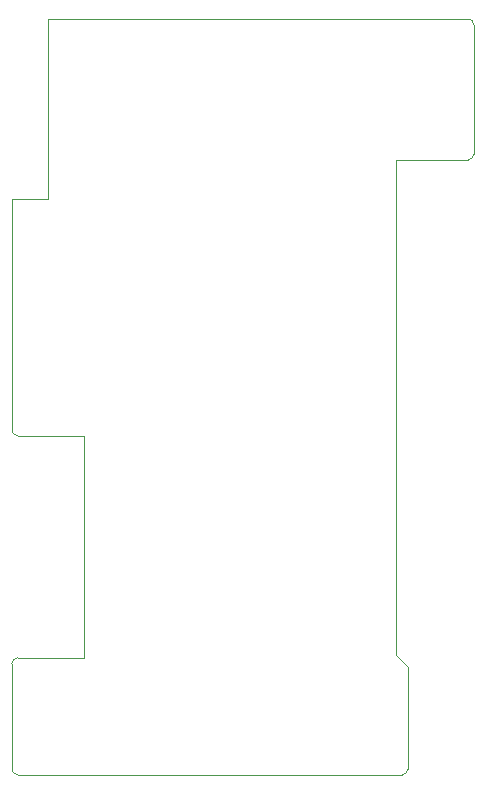
<source format=gbr>
%TF.GenerationSoftware,KiCad,Pcbnew,(5.1.7)-1*%
%TF.CreationDate,2023-05-20T09:23:02-06:00*%
%TF.ProjectId,AMPE32T30,414d5045-3332-4543-9330-2e6b69636164,rev?*%
%TF.SameCoordinates,PX76efc10PY4eb9cf0*%
%TF.FileFunction,Profile,NP*%
%FSLAX46Y46*%
G04 Gerber Fmt 4.6, Leading zero omitted, Abs format (unit mm)*
G04 Created by KiCad (PCBNEW (5.1.7)-1) date 2023-05-20 09:23:02*
%MOMM*%
%LPD*%
G01*
G04 APERTURE LIST*
%TA.AperFunction,Profile*%
%ADD10C,0.050000*%
%TD*%
G04 APERTURE END LIST*
D10*
X6096000Y9906000D02*
X508000Y9906000D01*
X38608000Y52070000D02*
X32512000Y52070000D01*
X39116000Y52578000D02*
G75*
G02*
X38608000Y52070000I-508000J0D01*
G01*
X39116000Y63500000D02*
X39116000Y52578000D01*
X38608000Y64008000D02*
X3048000Y64008000D01*
X38608000Y64008000D02*
G75*
G02*
X39116000Y63500000I0J-508000D01*
G01*
X0Y29210000D02*
X0Y48768000D01*
X508000Y28702000D02*
X6096000Y28702000D01*
X508000Y28702000D02*
G75*
G02*
X0Y29210000I0J508000D01*
G01*
X33528000Y508000D02*
X33528000Y9144000D01*
X33528000Y508000D02*
G75*
G02*
X33020000Y0I-508000J0D01*
G01*
X508000Y0D02*
X33020000Y0D01*
X508000Y0D02*
G75*
G02*
X0Y508000I0J508000D01*
G01*
X0Y9398000D02*
X0Y508000D01*
X0Y9398000D02*
G75*
G02*
X508000Y9906000I508000J0D01*
G01*
X3048000Y48768000D02*
X0Y48768000D01*
X3048000Y64008000D02*
X3048000Y48768000D01*
X6096000Y28702000D02*
X6096000Y9906000D01*
X32512000Y10160000D02*
X32512000Y52070000D01*
X32512000Y10160000D02*
X33528000Y9144000D01*
M02*

</source>
